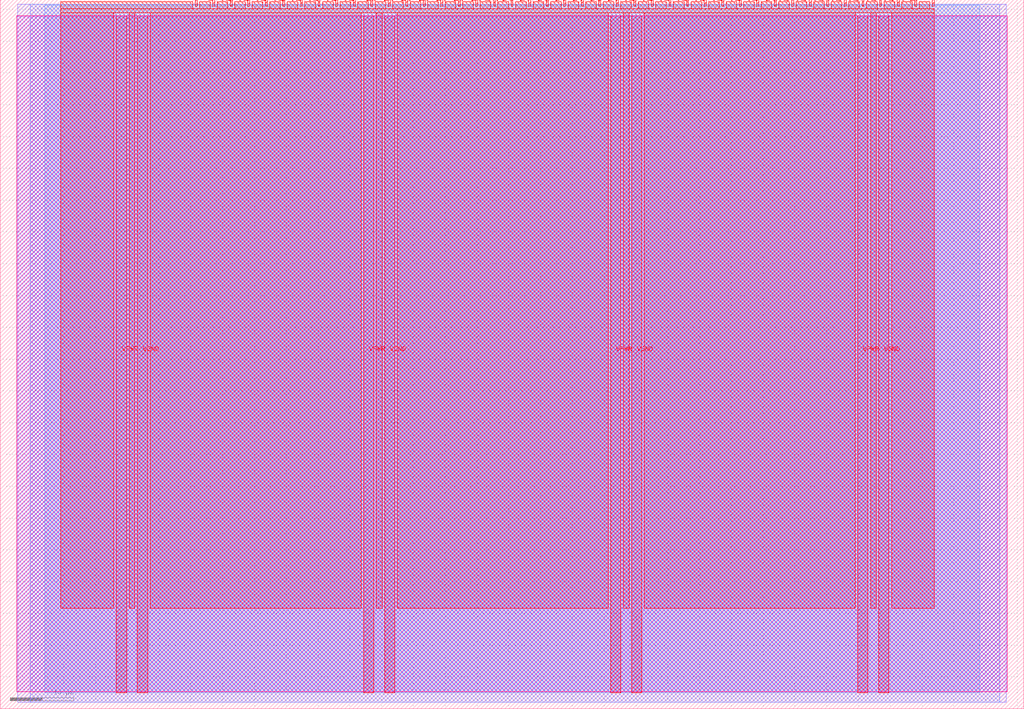
<source format=lef>
VERSION 5.7 ;
  NOWIREEXTENSIONATPIN ON ;
  DIVIDERCHAR "/" ;
  BUSBITCHARS "[]" ;
MACRO tt_um_rebeccargb_vga_timing_experiments
  CLASS BLOCK ;
  FOREIGN tt_um_rebeccargb_vga_timing_experiments ;
  ORIGIN 0.000 0.000 ;
  SIZE 161.000 BY 111.520 ;
  PIN VGND
    DIRECTION INOUT ;
    USE GROUND ;
    PORT
      LAYER met4 ;
        RECT 21.580 2.480 23.180 109.040 ;
    END
    PORT
      LAYER met4 ;
        RECT 60.450 2.480 62.050 109.040 ;
    END
    PORT
      LAYER met4 ;
        RECT 99.320 2.480 100.920 109.040 ;
    END
    PORT
      LAYER met4 ;
        RECT 138.190 2.480 139.790 109.040 ;
    END
  END VGND
  PIN VPWR
    DIRECTION INOUT ;
    USE POWER ;
    PORT
      LAYER met4 ;
        RECT 18.280 2.480 19.880 109.040 ;
    END
    PORT
      LAYER met4 ;
        RECT 57.150 2.480 58.750 109.040 ;
    END
    PORT
      LAYER met4 ;
        RECT 96.020 2.480 97.620 109.040 ;
    END
    PORT
      LAYER met4 ;
        RECT 134.890 2.480 136.490 109.040 ;
    END
  END VPWR
  PIN clk
    DIRECTION INPUT ;
    USE SIGNAL ;
    ANTENNAGATEAREA 0.852000 ;
    PORT
      LAYER met4 ;
        RECT 143.830 110.520 144.130 111.520 ;
    END
  END clk
  PIN ena
    DIRECTION INPUT ;
    USE SIGNAL ;
    PORT
      LAYER met4 ;
        RECT 146.590 110.520 146.890 111.520 ;
    END
  END ena
  PIN rst_n
    DIRECTION INPUT ;
    USE SIGNAL ;
    ANTENNAGATEAREA 0.196500 ;
    PORT
      LAYER met4 ;
        RECT 141.070 110.520 141.370 111.520 ;
    END
  END rst_n
  PIN ui_in[0]
    DIRECTION INPUT ;
    USE SIGNAL ;
    ANTENNAGATEAREA 0.159000 ;
    PORT
      LAYER met4 ;
        RECT 138.310 110.520 138.610 111.520 ;
    END
  END ui_in[0]
  PIN ui_in[1]
    DIRECTION INPUT ;
    USE SIGNAL ;
    ANTENNAGATEAREA 0.213000 ;
    PORT
      LAYER met4 ;
        RECT 135.550 110.520 135.850 111.520 ;
    END
  END ui_in[1]
  PIN ui_in[2]
    DIRECTION INPUT ;
    USE SIGNAL ;
    ANTENNAGATEAREA 0.213000 ;
    PORT
      LAYER met4 ;
        RECT 132.790 110.520 133.090 111.520 ;
    END
  END ui_in[2]
  PIN ui_in[3]
    DIRECTION INPUT ;
    USE SIGNAL ;
    ANTENNAGATEAREA 0.196500 ;
    PORT
      LAYER met4 ;
        RECT 130.030 110.520 130.330 111.520 ;
    END
  END ui_in[3]
  PIN ui_in[4]
    DIRECTION INPUT ;
    USE SIGNAL ;
    ANTENNAGATEAREA 0.213000 ;
    PORT
      LAYER met4 ;
        RECT 127.270 110.520 127.570 111.520 ;
    END
  END ui_in[4]
  PIN ui_in[5]
    DIRECTION INPUT ;
    USE SIGNAL ;
    ANTENNAGATEAREA 0.213000 ;
    PORT
      LAYER met4 ;
        RECT 124.510 110.520 124.810 111.520 ;
    END
  END ui_in[5]
  PIN ui_in[6]
    DIRECTION INPUT ;
    USE SIGNAL ;
    ANTENNAGATEAREA 0.213000 ;
    PORT
      LAYER met4 ;
        RECT 121.750 110.520 122.050 111.520 ;
    END
  END ui_in[6]
  PIN ui_in[7]
    DIRECTION INPUT ;
    USE SIGNAL ;
    ANTENNAGATEAREA 0.196500 ;
    PORT
      LAYER met4 ;
        RECT 118.990 110.520 119.290 111.520 ;
    END
  END ui_in[7]
  PIN uio_in[0]
    DIRECTION INPUT ;
    USE SIGNAL ;
    ANTENNAGATEAREA 0.213000 ;
    PORT
      LAYER met4 ;
        RECT 116.230 110.520 116.530 111.520 ;
    END
  END uio_in[0]
  PIN uio_in[1]
    DIRECTION INPUT ;
    USE SIGNAL ;
    ANTENNAGATEAREA 0.213000 ;
    PORT
      LAYER met4 ;
        RECT 113.470 110.520 113.770 111.520 ;
    END
  END uio_in[1]
  PIN uio_in[2]
    DIRECTION INPUT ;
    USE SIGNAL ;
    ANTENNAGATEAREA 0.213000 ;
    PORT
      LAYER met4 ;
        RECT 110.710 110.520 111.010 111.520 ;
    END
  END uio_in[2]
  PIN uio_in[3]
    DIRECTION INPUT ;
    USE SIGNAL ;
    ANTENNAGATEAREA 0.213000 ;
    PORT
      LAYER met4 ;
        RECT 107.950 110.520 108.250 111.520 ;
    END
  END uio_in[3]
  PIN uio_in[4]
    DIRECTION INPUT ;
    USE SIGNAL ;
    ANTENNAGATEAREA 0.213000 ;
    PORT
      LAYER met4 ;
        RECT 105.190 110.520 105.490 111.520 ;
    END
  END uio_in[4]
  PIN uio_in[5]
    DIRECTION INPUT ;
    USE SIGNAL ;
    ANTENNAGATEAREA 0.213000 ;
    PORT
      LAYER met4 ;
        RECT 102.430 110.520 102.730 111.520 ;
    END
  END uio_in[5]
  PIN uio_in[6]
    DIRECTION INPUT ;
    USE SIGNAL ;
    ANTENNAGATEAREA 0.159000 ;
    PORT
      LAYER met4 ;
        RECT 99.670 110.520 99.970 111.520 ;
    END
  END uio_in[6]
  PIN uio_in[7]
    DIRECTION INPUT ;
    USE SIGNAL ;
    ANTENNAGATEAREA 0.159000 ;
    PORT
      LAYER met4 ;
        RECT 96.910 110.520 97.210 111.520 ;
    END
  END uio_in[7]
  PIN uio_oe[0]
    DIRECTION OUTPUT ;
    USE SIGNAL ;
    PORT
      LAYER met4 ;
        RECT 49.990 110.520 50.290 111.520 ;
    END
  END uio_oe[0]
  PIN uio_oe[1]
    DIRECTION OUTPUT ;
    USE SIGNAL ;
    PORT
      LAYER met4 ;
        RECT 47.230 110.520 47.530 111.520 ;
    END
  END uio_oe[1]
  PIN uio_oe[2]
    DIRECTION OUTPUT ;
    USE SIGNAL ;
    PORT
      LAYER met4 ;
        RECT 44.470 110.520 44.770 111.520 ;
    END
  END uio_oe[2]
  PIN uio_oe[3]
    DIRECTION OUTPUT ;
    USE SIGNAL ;
    PORT
      LAYER met4 ;
        RECT 41.710 110.520 42.010 111.520 ;
    END
  END uio_oe[3]
  PIN uio_oe[4]
    DIRECTION OUTPUT ;
    USE SIGNAL ;
    PORT
      LAYER met4 ;
        RECT 38.950 110.520 39.250 111.520 ;
    END
  END uio_oe[4]
  PIN uio_oe[5]
    DIRECTION OUTPUT ;
    USE SIGNAL ;
    PORT
      LAYER met4 ;
        RECT 36.190 110.520 36.490 111.520 ;
    END
  END uio_oe[5]
  PIN uio_oe[6]
    DIRECTION OUTPUT ;
    USE SIGNAL ;
    PORT
      LAYER met4 ;
        RECT 33.430 110.520 33.730 111.520 ;
    END
  END uio_oe[6]
  PIN uio_oe[7]
    DIRECTION OUTPUT ;
    USE SIGNAL ;
    PORT
      LAYER met4 ;
        RECT 30.670 110.520 30.970 111.520 ;
    END
  END uio_oe[7]
  PIN uio_out[0]
    DIRECTION OUTPUT ;
    USE SIGNAL ;
    PORT
      LAYER met4 ;
        RECT 72.070 110.520 72.370 111.520 ;
    END
  END uio_out[0]
  PIN uio_out[1]
    DIRECTION OUTPUT ;
    USE SIGNAL ;
    PORT
      LAYER met4 ;
        RECT 69.310 110.520 69.610 111.520 ;
    END
  END uio_out[1]
  PIN uio_out[2]
    DIRECTION OUTPUT ;
    USE SIGNAL ;
    PORT
      LAYER met4 ;
        RECT 66.550 110.520 66.850 111.520 ;
    END
  END uio_out[2]
  PIN uio_out[3]
    DIRECTION OUTPUT ;
    USE SIGNAL ;
    PORT
      LAYER met4 ;
        RECT 63.790 110.520 64.090 111.520 ;
    END
  END uio_out[3]
  PIN uio_out[4]
    DIRECTION OUTPUT ;
    USE SIGNAL ;
    PORT
      LAYER met4 ;
        RECT 61.030 110.520 61.330 111.520 ;
    END
  END uio_out[4]
  PIN uio_out[5]
    DIRECTION OUTPUT ;
    USE SIGNAL ;
    PORT
      LAYER met4 ;
        RECT 58.270 110.520 58.570 111.520 ;
    END
  END uio_out[5]
  PIN uio_out[6]
    DIRECTION OUTPUT ;
    USE SIGNAL ;
    PORT
      LAYER met4 ;
        RECT 55.510 110.520 55.810 111.520 ;
    END
  END uio_out[6]
  PIN uio_out[7]
    DIRECTION OUTPUT ;
    USE SIGNAL ;
    PORT
      LAYER met4 ;
        RECT 52.750 110.520 53.050 111.520 ;
    END
  END uio_out[7]
  PIN uo_out[0]
    DIRECTION OUTPUT ;
    USE SIGNAL ;
    ANTENNADIFFAREA 0.891000 ;
    PORT
      LAYER met4 ;
        RECT 94.150 110.520 94.450 111.520 ;
    END
  END uo_out[0]
  PIN uo_out[1]
    DIRECTION OUTPUT ;
    USE SIGNAL ;
    ANTENNADIFFAREA 0.891000 ;
    PORT
      LAYER met4 ;
        RECT 91.390 110.520 91.690 111.520 ;
    END
  END uo_out[1]
  PIN uo_out[2]
    DIRECTION OUTPUT ;
    USE SIGNAL ;
    ANTENNADIFFAREA 0.891000 ;
    PORT
      LAYER met4 ;
        RECT 88.630 110.520 88.930 111.520 ;
    END
  END uo_out[2]
  PIN uo_out[3]
    DIRECTION OUTPUT ;
    USE SIGNAL ;
    ANTENNADIFFAREA 0.445500 ;
    PORT
      LAYER met4 ;
        RECT 85.870 110.520 86.170 111.520 ;
    END
  END uo_out[3]
  PIN uo_out[4]
    DIRECTION OUTPUT ;
    USE SIGNAL ;
    ANTENNADIFFAREA 0.911000 ;
    PORT
      LAYER met4 ;
        RECT 83.110 110.520 83.410 111.520 ;
    END
  END uo_out[4]
  PIN uo_out[5]
    DIRECTION OUTPUT ;
    USE SIGNAL ;
    ANTENNADIFFAREA 0.643500 ;
    PORT
      LAYER met4 ;
        RECT 80.350 110.520 80.650 111.520 ;
    END
  END uo_out[5]
  PIN uo_out[6]
    DIRECTION OUTPUT ;
    USE SIGNAL ;
    ANTENNADIFFAREA 0.891000 ;
    PORT
      LAYER met4 ;
        RECT 77.590 110.520 77.890 111.520 ;
    END
  END uo_out[6]
  PIN uo_out[7]
    DIRECTION OUTPUT ;
    USE SIGNAL ;
    ANTENNADIFFAREA 0.445500 ;
    PORT
      LAYER met4 ;
        RECT 74.830 110.520 75.130 111.520 ;
    END
  END uo_out[7]
  OBS
      LAYER nwell ;
        RECT 2.570 2.635 158.430 108.990 ;
      LAYER li1 ;
        RECT 2.760 2.635 158.240 108.885 ;
      LAYER met1 ;
        RECT 2.760 1.060 158.240 110.800 ;
      LAYER met2 ;
        RECT 4.700 1.030 157.220 110.830 ;
      LAYER met3 ;
        RECT 6.965 2.555 154.035 110.665 ;
      LAYER met4 ;
        RECT 9.495 110.120 30.270 111.170 ;
        RECT 31.370 110.120 33.030 111.170 ;
        RECT 34.130 110.120 35.790 111.170 ;
        RECT 36.890 110.120 38.550 111.170 ;
        RECT 39.650 110.120 41.310 111.170 ;
        RECT 42.410 110.120 44.070 111.170 ;
        RECT 45.170 110.120 46.830 111.170 ;
        RECT 47.930 110.120 49.590 111.170 ;
        RECT 50.690 110.120 52.350 111.170 ;
        RECT 53.450 110.120 55.110 111.170 ;
        RECT 56.210 110.120 57.870 111.170 ;
        RECT 58.970 110.120 60.630 111.170 ;
        RECT 61.730 110.120 63.390 111.170 ;
        RECT 64.490 110.120 66.150 111.170 ;
        RECT 67.250 110.120 68.910 111.170 ;
        RECT 70.010 110.120 71.670 111.170 ;
        RECT 72.770 110.120 74.430 111.170 ;
        RECT 75.530 110.120 77.190 111.170 ;
        RECT 78.290 110.120 79.950 111.170 ;
        RECT 81.050 110.120 82.710 111.170 ;
        RECT 83.810 110.120 85.470 111.170 ;
        RECT 86.570 110.120 88.230 111.170 ;
        RECT 89.330 110.120 90.990 111.170 ;
        RECT 92.090 110.120 93.750 111.170 ;
        RECT 94.850 110.120 96.510 111.170 ;
        RECT 97.610 110.120 99.270 111.170 ;
        RECT 100.370 110.120 102.030 111.170 ;
        RECT 103.130 110.120 104.790 111.170 ;
        RECT 105.890 110.120 107.550 111.170 ;
        RECT 108.650 110.120 110.310 111.170 ;
        RECT 111.410 110.120 113.070 111.170 ;
        RECT 114.170 110.120 115.830 111.170 ;
        RECT 116.930 110.120 118.590 111.170 ;
        RECT 119.690 110.120 121.350 111.170 ;
        RECT 122.450 110.120 124.110 111.170 ;
        RECT 125.210 110.120 126.870 111.170 ;
        RECT 127.970 110.120 129.630 111.170 ;
        RECT 130.730 110.120 132.390 111.170 ;
        RECT 133.490 110.120 135.150 111.170 ;
        RECT 136.250 110.120 137.910 111.170 ;
        RECT 139.010 110.120 140.670 111.170 ;
        RECT 141.770 110.120 143.430 111.170 ;
        RECT 144.530 110.120 146.190 111.170 ;
        RECT 9.495 109.440 146.905 110.120 ;
        RECT 9.495 15.815 17.880 109.440 ;
        RECT 20.280 15.815 21.180 109.440 ;
        RECT 23.580 15.815 56.750 109.440 ;
        RECT 59.150 15.815 60.050 109.440 ;
        RECT 62.450 15.815 95.620 109.440 ;
        RECT 98.020 15.815 98.920 109.440 ;
        RECT 101.320 15.815 134.490 109.440 ;
        RECT 136.890 15.815 137.790 109.440 ;
        RECT 140.190 15.815 146.905 109.440 ;
  END
END tt_um_rebeccargb_vga_timing_experiments
END LIBRARY


</source>
